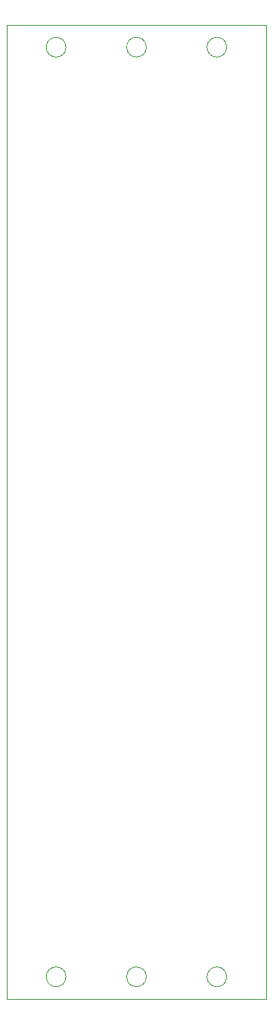
<source format=gbr>
%TF.GenerationSoftware,KiCad,Pcbnew,7.0.5*%
%TF.CreationDate,2023-06-02T13:02:35-04:00*%
%TF.ProjectId,SIDE,53494445-2e6b-4696-9361-645f70636258,rev?*%
%TF.SameCoordinates,Original*%
%TF.FileFunction,Profile,NP*%
%FSLAX46Y46*%
G04 Gerber Fmt 4.6, Leading zero omitted, Abs format (unit mm)*
G04 Created by KiCad (PCBNEW 7.0.5) date 2023-06-02 13:02:35*
%MOMM*%
%LPD*%
G01*
G04 APERTURE LIST*
%TA.AperFunction,Profile*%
%ADD10C,0.100000*%
%TD*%
G04 APERTURE END LIST*
D10*
X166220000Y-150218022D02*
X137220000Y-150218022D01*
X166220000Y-41218022D02*
X137220000Y-41218022D01*
X152820000Y-147718022D02*
G75*
G03*
X152820000Y-147718022I-1100000J0D01*
G01*
X166220000Y-41218022D02*
X166220000Y-150218022D01*
X161820000Y-147718022D02*
G75*
G03*
X161820000Y-147718022I-1100000J0D01*
G01*
X143820000Y-147718022D02*
G75*
G03*
X143820000Y-147718022I-1100000J0D01*
G01*
X143820000Y-43718022D02*
G75*
G03*
X143820000Y-43718022I-1100000J0D01*
G01*
X161820000Y-43718022D02*
G75*
G03*
X161820000Y-43718022I-1100000J0D01*
G01*
X137220000Y-41218022D02*
X137220000Y-150218022D01*
X152820000Y-43718022D02*
G75*
G03*
X152820000Y-43718022I-1100000J0D01*
G01*
M02*

</source>
